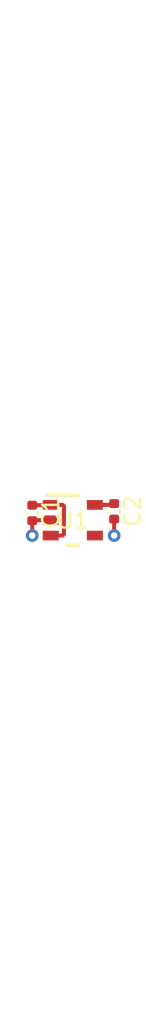
<source format=kicad_pcb>
(kicad_pcb (version 20240108) (generator "pcbnew") (generator_version "8.0")
  (layers (0 "F.Cu" signal) (31 "B.Cu" signal) (34 "B.Paste" user) (35 "F.Paste" user) (36 "B.SilkS" user "B.Silkscreen") (37 "F.SilkS" user "F.Silkscreen") (38 "B.Mask" user) (39 "F.Mask" user) (44 "Edge.Cuts" user))
  (net 0 "")
  (net 1 "nc")
  (net 2 "ic-vcc-1")
  (net 3 "ic-vcc")
  (net 4 "gnd")
  (footprint "lib:C0402" (layer "F.Cu") (at 142.7 57 -90)
    (property "Reference" "C2" (at 0 -1.16 90) (layer "F.SilkS"))
    (property "Value" "25V 1uF X5R ±10% 0402  Multilayer Ceramic Capacitors MLCC - SMD/SMT ROHS")
    (fp_line (start -0.107836 0.36) (end 0.107836 0.36) (stroke (width 0.12)) (layer "F.SilkS"))
    (fp_line (start -0.107836 -0.36) (end 0.107836 -0.36) (stroke (width 0.12)) (layer "F.SilkS"))
    (pad "1" smd roundrect (at -0.48 0 270) (size 0.56 0.62) (layers "F.Cu" "F.Paste" "F.Mask") (net 2 "ic-vcc-1"))
    (pad "2" smd roundrect (at 0.48 0 270) (size 0.56 0.62) (layers "F.Cu" "F.Paste" "F.Mask") (net 4 "gnd"))
  )
  (footprint "lib:DBV0005A_N" (layer "F.Cu") (at 140.125001 57.550002)
    (property "Reference" "U1" (at 0 0 0) (layer "F.SilkS"))
    (property "Value" "?")
    (fp_line (start -1.625001 -1.549999) (end 0.349999 -1.549999) (stroke (width 0.2)) (layer "F.SilkS"))
    (fp_line (start -0.399999 1.549999) (end 0.375003 1.549999) (stroke (width 0.2)) (layer "F.SilkS"))
    (pad "1" smd rect (at -1.375001 -0.950001 90) (size 0.599999 1) (layers "F.Cu" "F.Paste" "F.Mask") (net 3 "ic-vcc"))
    (pad "2" smd rect (at -1.375001 0 90) (size 0.599999 1) (layers "F.Cu" "F.Paste" "F.Mask") (net 4 "gnd"))
    (pad "3" smd rect (at -1.375001 0.949998 90) (size 0.599999 1) (layers "F.Cu" "F.Paste" "F.Mask") (net 3 "ic-vcc"))
    (pad "4" smd rect (at 1.374999 0.949998 90) (size 0.599999 1) (layers "F.Cu" "F.Paste" "F.Mask") (net 1 "nc"))
    (pad "5" smd rect (at 1.374999 -0.950001 90) (size 0.599999 1) (layers "F.Cu" "F.Paste" "F.Mask") (net 2 "ic-vcc-1"))
  )
  (footprint "lib:C0402" (layer "F.Cu") (at 137.6 57.1 -90)
    (property "Reference" "C1" (at 0 -1.16 90) (layer "F.SilkS"))
    (property "Value" "25V 1uF X5R ±10% 0402  Multilayer Ceramic Capacitors MLCC - SMD/SMT ROHS")
    (fp_line (start -0.107836 0.36) (end 0.107836 0.36) (stroke (width 0.12)) (layer "F.SilkS"))
    (fp_line (start -0.107836 -0.36) (end 0.107836 -0.36) (stroke (width 0.12)) (layer "F.SilkS"))
    (pad "1" smd roundrect (at -0.48 0 270) (size 0.56 0.62) (layers "F.Cu" "F.Paste" "F.Mask") (net 3 "ic-vcc"))
    (pad "2" smd roundrect (at 0.48 0 270) (size 0.56 0.62) (layers "F.Cu" "F.Paste" "F.Mask") (net 4 "gnd"))
  )
  (segment (start 141.5 56.600001) (end 142.619999 56.600001) (width 0.25) (layer "F.Cu") (net 2))
  (segment (start 142.619999 56.600001) (end 142.7 56.52) (width 0.25) (layer "F.Cu") (net 2))
  (segment (start 139.5 58.5) (end 139.575 58.425) (width 0.25) (layer "F.Cu") (net 3))
  (segment (start 137.6 56.62) (end 138.730001 56.62) (width 0.25) (layer "F.Cu") (net 3))
  (segment (start 138.75 58.5) (end 139.5 58.5) (width 0.25) (layer "F.Cu") (net 3))
  (segment (start 139.5 56.600001) (end 138.75 56.600001) (width 0.25) (layer "F.Cu") (net 3))
  (segment (start 139.575 56.675001) (end 139.5 56.600001) (width 0.25) (layer "F.Cu") (net 3))
  (segment (start 138.730001 56.62) (end 138.75 56.600001) (width 0.25) (layer "F.Cu") (net 3))
  (segment (start 138.73 58.48) (end 138.75 58.5) (width 0.25) (layer "F.Cu") (net 3))
  (segment (start 139.575 58.425) (end 139.575 56.675001) (width 0.25) (layer "F.Cu") (net 3))
  (segment (start 138.75 57.550002) (end 137.629998 57.550002) (width 0.25) (layer "F.Cu") (net 4))
  (segment (start 137.629998 57.550002) (end 137.6 57.58) (width 0.25) (layer "F.Cu") (net 4))
  (segment (start 137.6 57.58) (end 137.6 58.5) (width 0.25) (layer "F.Cu") (net 4))
  (segment (start 138.719998 57.52) (end 138.75 57.550002) (width 0.25) (layer "F.Cu") (net 4))
  (segment (start 142.7 57.48) (end 142.7 58.5) (width 0.25) (layer "F.Cu") (net 4))
  (via (at 142.7 58.5) (size 0.8) (drill 0.4) (layers "F.Cu" "B.Cu") (net 4))
  (via (at 137.6 58.5) (size 0.8) (drill 0.4) (layers "F.Cu" "B.Cu") (net 4))
)
</source>
